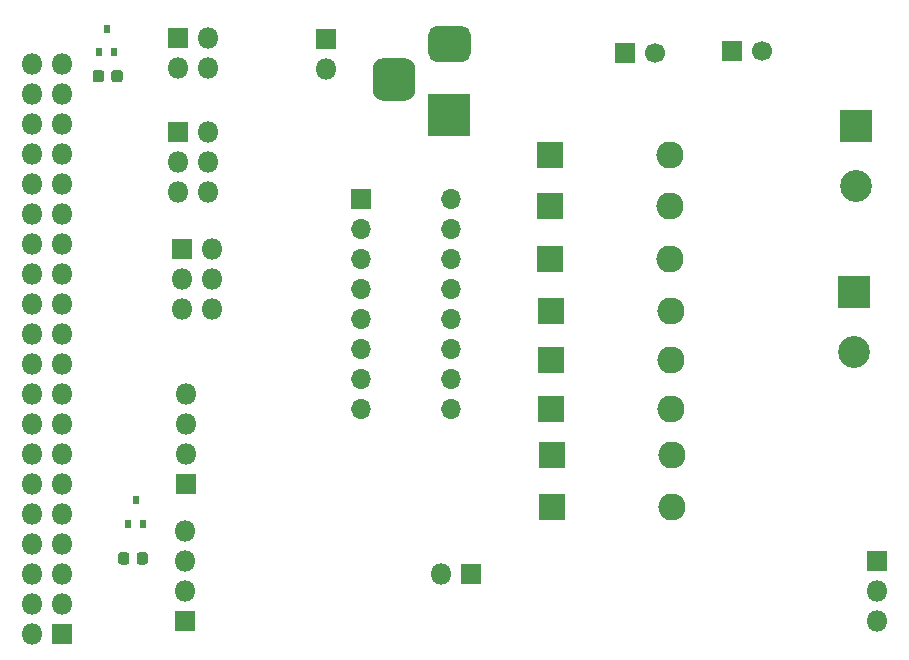
<source format=gbr>
%TF.GenerationSoftware,KiCad,Pcbnew,(5.1.6)-1*%
%TF.CreationDate,2021-05-14T12:36:34+02:00*%
%TF.ProjectId,nano1,6e616e6f-312e-46b6-9963-61645f706362,rev?*%
%TF.SameCoordinates,Original*%
%TF.FileFunction,Soldermask,Bot*%
%TF.FilePolarity,Negative*%
%FSLAX46Y46*%
G04 Gerber Fmt 4.6, Leading zero omitted, Abs format (unit mm)*
G04 Created by KiCad (PCBNEW (5.1.6)-1) date 2021-05-14 12:36:34*
%MOMM*%
%LPD*%
G01*
G04 APERTURE LIST*
%ADD10O,1.800000X1.800000*%
%ADD11R,1.800000X1.800000*%
%ADD12R,0.550000X0.800000*%
%ADD13C,2.700000*%
%ADD14R,2.700000X2.700000*%
%ADD15R,3.600000X3.600000*%
%ADD16R,1.700000X1.700000*%
%ADD17C,1.700000*%
%ADD18R,2.300000X2.300000*%
%ADD19O,2.300000X2.300000*%
%ADD20O,1.700000X1.700000*%
G04 APERTURE END LIST*
D10*
%TO.C,J12*%
X133807200Y-90114120D03*
D11*
X136347200Y-90114120D03*
%TD*%
D10*
%TO.C,J11*%
X124028200Y-47320200D03*
D11*
X124028200Y-44780200D03*
%TD*%
%TO.C,R6*%
G36*
G01*
X107385840Y-88496830D02*
X107385840Y-89059330D01*
G75*
G02*
X107142090Y-89303080I-243750J0D01*
G01*
X106654590Y-89303080D01*
G75*
G02*
X106410840Y-89059330I0J243750D01*
G01*
X106410840Y-88496830D01*
G75*
G02*
X106654590Y-88253080I243750J0D01*
G01*
X107142090Y-88253080D01*
G75*
G02*
X107385840Y-88496830I0J-243750D01*
G01*
G37*
G36*
G01*
X108960840Y-88496830D02*
X108960840Y-89059330D01*
G75*
G02*
X108717090Y-89303080I-243750J0D01*
G01*
X108229590Y-89303080D01*
G75*
G02*
X107985840Y-89059330I0J243750D01*
G01*
X107985840Y-88496830D01*
G75*
G02*
X108229590Y-88253080I243750J0D01*
G01*
X108717090Y-88253080D01*
G75*
G02*
X108960840Y-88496830I0J-243750D01*
G01*
G37*
%TD*%
%TO.C,R5*%
G36*
G01*
X105242080Y-47673950D02*
X105242080Y-48236450D01*
G75*
G02*
X104998330Y-48480200I-243750J0D01*
G01*
X104510830Y-48480200D01*
G75*
G02*
X104267080Y-48236450I0J243750D01*
G01*
X104267080Y-47673950D01*
G75*
G02*
X104510830Y-47430200I243750J0D01*
G01*
X104998330Y-47430200D01*
G75*
G02*
X105242080Y-47673950I0J-243750D01*
G01*
G37*
G36*
G01*
X106817080Y-47673950D02*
X106817080Y-48236450D01*
G75*
G02*
X106573330Y-48480200I-243750J0D01*
G01*
X106085830Y-48480200D01*
G75*
G02*
X105842080Y-48236450I0J243750D01*
G01*
X105842080Y-47673950D01*
G75*
G02*
X106085830Y-47430200I243750J0D01*
G01*
X106573330Y-47430200D01*
G75*
G02*
X106817080Y-47673950I0J-243750D01*
G01*
G37*
%TD*%
D12*
%TO.C,Q2*%
X107914440Y-83861400D03*
X107264440Y-85861400D03*
X108564440Y-85861400D03*
%TD*%
%TO.C,Q1*%
X105450640Y-43927520D03*
X104800640Y-45927520D03*
X106100640Y-45927520D03*
%TD*%
D10*
%TO.C,J10*%
X112100360Y-86476840D03*
X112100360Y-89016840D03*
X112100360Y-91556840D03*
D11*
X112100360Y-94096840D03*
%TD*%
D10*
%TO.C,J9*%
X170703240Y-94066360D03*
X170703240Y-91526360D03*
D11*
X170703240Y-88986360D03*
%TD*%
D10*
%TO.C,J3*%
X114345720Y-67670680D03*
X111805720Y-67670680D03*
X114345720Y-65130680D03*
X111805720Y-65130680D03*
X114345720Y-62590680D03*
D11*
X111805720Y-62590680D03*
%TD*%
D10*
%TO.C,J1*%
X99161600Y-46893480D03*
X101701600Y-46893480D03*
X99161600Y-49433480D03*
X101701600Y-49433480D03*
X99161600Y-51973480D03*
X101701600Y-51973480D03*
X99161600Y-54513480D03*
X101701600Y-54513480D03*
X99161600Y-57053480D03*
X101701600Y-57053480D03*
X99161600Y-59593480D03*
X101701600Y-59593480D03*
X99161600Y-62133480D03*
X101701600Y-62133480D03*
X99161600Y-64673480D03*
X101701600Y-64673480D03*
X99161600Y-67213480D03*
X101701600Y-67213480D03*
X99161600Y-69753480D03*
X101701600Y-69753480D03*
X99161600Y-72293480D03*
X101701600Y-72293480D03*
X99161600Y-74833480D03*
X101701600Y-74833480D03*
X99161600Y-77373480D03*
X101701600Y-77373480D03*
X99161600Y-79913480D03*
X101701600Y-79913480D03*
X99161600Y-82453480D03*
X101701600Y-82453480D03*
X99161600Y-84993480D03*
X101701600Y-84993480D03*
X99161600Y-87533480D03*
X101701600Y-87533480D03*
X99161600Y-90073480D03*
X101701600Y-90073480D03*
X99161600Y-92613480D03*
X101701600Y-92613480D03*
X99161600Y-95153480D03*
D11*
X101701600Y-95153480D03*
%TD*%
D13*
%TO.C,J7*%
X168711880Y-71292720D03*
D14*
X168711880Y-66212720D03*
%TD*%
D13*
%TO.C,J6*%
X168935400Y-57221120D03*
D14*
X168935400Y-52141120D03*
%TD*%
D10*
%TO.C,J8*%
X112181640Y-74843640D03*
X112181640Y-77383640D03*
X112181640Y-79923640D03*
D11*
X112181640Y-82463640D03*
%TD*%
%TO.C,J5*%
G36*
G01*
X128882840Y-46431800D02*
X130682840Y-46431800D01*
G75*
G02*
X131582840Y-47331800I0J-900000D01*
G01*
X131582840Y-49131800D01*
G75*
G02*
X130682840Y-50031800I-900000J0D01*
G01*
X128882840Y-50031800D01*
G75*
G02*
X127982840Y-49131800I0J900000D01*
G01*
X127982840Y-47331800D01*
G75*
G02*
X128882840Y-46431800I900000J0D01*
G01*
G37*
G36*
G01*
X133457840Y-43681800D02*
X135507840Y-43681800D01*
G75*
G02*
X136282840Y-44456800I0J-775000D01*
G01*
X136282840Y-46006800D01*
G75*
G02*
X135507840Y-46781800I-775000J0D01*
G01*
X133457840Y-46781800D01*
G75*
G02*
X132682840Y-46006800I0J775000D01*
G01*
X132682840Y-44456800D01*
G75*
G02*
X133457840Y-43681800I775000J0D01*
G01*
G37*
D15*
X134482840Y-51231800D03*
%TD*%
D16*
%TO.C,C2*%
X158424880Y-45811440D03*
D17*
X160924880Y-45811440D03*
%TD*%
D18*
%TO.C,D8*%
X143154400Y-84419440D03*
D19*
X153314400Y-84419440D03*
%TD*%
D18*
%TO.C,D7*%
X143154400Y-80070960D03*
D19*
X153314400Y-80070960D03*
%TD*%
D18*
%TO.C,D6*%
X143068040Y-76154280D03*
D19*
X153228040Y-76154280D03*
%TD*%
D18*
%TO.C,D5*%
X143068040Y-71978520D03*
D19*
X153228040Y-71978520D03*
%TD*%
D18*
%TO.C,D4*%
X143068040Y-67802760D03*
D19*
X153228040Y-67802760D03*
%TD*%
D18*
%TO.C,D3*%
X142981680Y-63454280D03*
D19*
X153141680Y-63454280D03*
%TD*%
D18*
%TO.C,D2*%
X143012160Y-58978800D03*
D19*
X153172160Y-58978800D03*
%TD*%
D18*
%TO.C,D1*%
X142956280Y-54665880D03*
D19*
X153116280Y-54665880D03*
%TD*%
D16*
%TO.C,C1*%
X149367240Y-45958760D03*
D17*
X151867240Y-45958760D03*
%TD*%
D20*
%TO.C,U1*%
X134574280Y-58364120D03*
X126954280Y-76144120D03*
X134574280Y-60904120D03*
X126954280Y-73604120D03*
X134574280Y-63444120D03*
X126954280Y-71064120D03*
X134574280Y-65984120D03*
X126954280Y-68524120D03*
X134574280Y-68524120D03*
X126954280Y-65984120D03*
X134574280Y-71064120D03*
X126954280Y-63444120D03*
X134574280Y-73604120D03*
X126954280Y-60904120D03*
X134574280Y-76144120D03*
D16*
X126954280Y-58364120D03*
%TD*%
D10*
%TO.C,J4*%
X114020600Y-47259240D03*
X111480600Y-47259240D03*
X114020600Y-44719240D03*
D11*
X111480600Y-44719240D03*
%TD*%
D10*
%TO.C,J2*%
X114020600Y-57734200D03*
X111480600Y-57734200D03*
X114020600Y-55194200D03*
X111480600Y-55194200D03*
X114020600Y-52654200D03*
D11*
X111480600Y-52654200D03*
%TD*%
M02*

</source>
